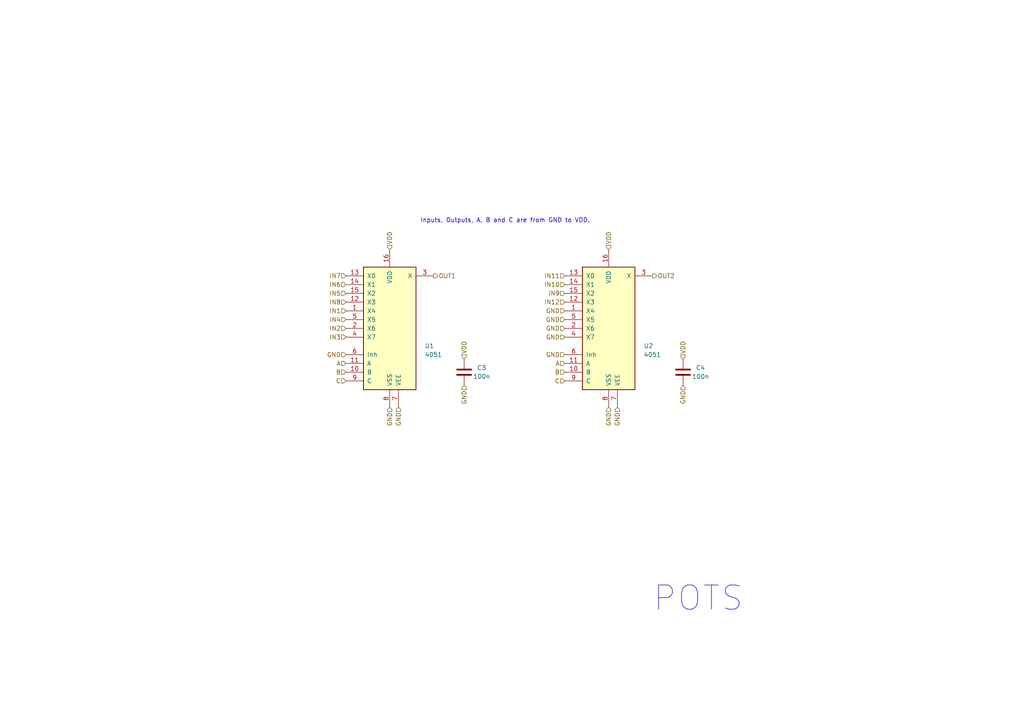
<source format=kicad_sch>
(kicad_sch (version 20211123) (generator eeschema)
  (paper "A4")
  (lib_symbols
    (symbol "4xxx:4051" (pin_names (offset 1.016))
      (property "Reference" "U" (at -7.62 19.05 0))
      (property "Value" "4051" (at -7.62 -19.05 0))
      (symbol "4051_1_0"
        (pin passive line (at -12.7 5.08 0) (length 5.08) (name "X4") (number "1"))
        (pin input line (at -12.7 -12.7 0) (length 5.08) (name "B") (number "10"))
        (pin input line (at -12.7 -10.16 0) (length 5.08) (name "A") (number "11"))
        (pin passive line (at -12.7 7.62 0) (length 5.08) (name "X3") (number "12"))
        (pin passive line (at -12.7 15.24 0) (length 5.08) (name "X0") (number "13"))
        (pin passive line (at -12.7 12.7 0) (length 5.08) (name "X1") (number "14"))
        (pin passive line (at -12.7 10.16 0) (length 5.08) (name "X2") (number "15"))
        (pin power_in line (at 0 22.86 270) (length 5.08) (name "VDD") (number "16"))
        (pin passive line (at -12.7 0 0) (length 5.08) (name "X6") (number "2"))
        (pin passive line (at 12.7 15.24 180) (length 5.08) (name "X") (number "3"))
        (pin passive line (at -12.7 -2.54 0) (length 5.08) (name "X7") (number "4"))
        (pin passive line (at -12.7 2.54 0) (length 5.08) (name "X5") (number "5"))
        (pin input line (at -12.7 -7.62 0) (length 5.08) (name "Inh") (number "6"))
        (pin power_in line (at 2.54 -22.86 90) (length 5.08) (name "VEE") (number "7"))
        (pin power_in line (at 0 -22.86 90) (length 5.08) (name "VSS") (number "8"))
        (pin input line (at -12.7 -15.24 0) (length 5.08) (name "C") (number "9"))
      )
      (symbol "4051_1_1"
        (rectangle (start -7.62 17.78) (end 7.62 -17.78) (stroke (width 0.254)) (fill (type background)))
      )
    )
    (symbol "Device:C" (pin_numbers hide) (pin_names (offset 0.254))
      (property "Reference" "C" (at 0.635 2.54 0))
      (property "Value" "C" (at 0.635 -2.54 0))
      (symbol "C_0_1"
        (polyline (pts (xy -2.032 -0.762) (xy 2.032 -0.762)) (stroke (width 0.508)))
        (polyline (pts (xy -2.032 0.762) (xy 2.032 0.762)) (stroke (width 0.508)))
      )
      (symbol "C_1_1"
        (pin passive line (at 0 3.81 270) (length 2.794) (name "~") (number "1"))
        (pin passive line (at 0 -3.81 90) (length 2.794) (name "~") (number "2"))
      )
    )
  )
  (text "Inputs, Outputs, A, B and C are from GND to VDD." (at 121.92 64.77 0) (effects (font (size 1.27 1.27)) (justify left bottom)))
  (text "POTS" (at 189.23 177.8 0) (effects (font (size 7.0104 7.0104)) (justify left bottom)))
  (hierarchical_label "GND" (shape input) (at 163.83 97.79 180))
  (hierarchical_label "VDD" (shape input) (at 113.03 72.39 90))
  (hierarchical_label "VDD" (shape input) (at 134.62 104.14 90))
  (hierarchical_label "IN1" (shape input) (at 100.33 90.17 180))
  (hierarchical_label "C" (shape input) (at 100.33 110.49 180))
  (hierarchical_label "C" (shape input) (at 163.83 110.49 180))
  (hierarchical_label "IN2" (shape input) (at 100.33 95.25 180))
  (hierarchical_label "GND" (shape input) (at 115.57 118.11 270))
  (hierarchical_label "IN11" (shape input) (at 163.83 80.01 180))
  (hierarchical_label "GND" (shape input) (at 163.83 102.87 180))
  (hierarchical_label "IN6" (shape input) (at 100.33 82.55 180))
  (hierarchical_label "GND" (shape input) (at 179.07 118.11 270))
  (hierarchical_label "GND" (shape input) (at 163.83 92.71 180))
  (hierarchical_label "IN8" (shape input) (at 100.33 87.63 180))
  (hierarchical_label "OUT1" (shape output) (at 125.73 80.01 0))
  (hierarchical_label "IN12" (shape input) (at 163.83 87.63 180))
  (hierarchical_label "IN5" (shape input) (at 100.33 85.09 180))
  (hierarchical_label "GND" (shape input) (at 113.03 118.11 270))
  (hierarchical_label "OUT2" (shape output) (at 189.23 80.01 0))
  (hierarchical_label "A" (shape input) (at 163.83 105.41 180))
  (hierarchical_label "IN4" (shape input) (at 100.33 92.71 180))
  (hierarchical_label "GND" (shape input) (at 163.83 95.25 180))
  (hierarchical_label "IN9" (shape input) (at 163.83 85.09 180))
  (hierarchical_label "B" (shape input) (at 100.33 107.95 180))
  (hierarchical_label "VDD" (shape input) (at 198.12 104.14 90))
  (hierarchical_label "VDD" (shape input) (at 176.53 72.39 90))
  (hierarchical_label "IN10" (shape input) (at 163.83 82.55 180))
  (hierarchical_label "GND" (shape input) (at 198.12 111.76 270))
  (hierarchical_label "GND" (shape input) (at 134.62 111.76 270))
  (hierarchical_label "B" (shape input) (at 163.83 107.95 180))
  (hierarchical_label "IN3" (shape input) (at 100.33 97.79 180))
  (hierarchical_label "A" (shape input) (at 100.33 105.41 180))
  (hierarchical_label "IN7" (shape input) (at 100.33 80.01 180))
  (hierarchical_label "GND" (shape input) (at 176.53 118.11 270))
  (hierarchical_label "GND" (shape input) (at 100.33 102.87 180))
  (hierarchical_label "GND" (shape input) (at 163.83 90.17 180))
  (symbol (lib_id "4xxx:4051") (at 113.03 95.25 0) (unit 1)
    (property "Reference" "U1" (at 123.19 100.33 0) (effects (justify left)))
    (property "Value" "4051" (at 123.19 102.87 0) (effects (justify left)))
    (property "Footprint" "Package_SO:TSSOP-16_4.4x5mm_P0.65mm" (effects hide))
    (property "Datasheet" "http://www.intersil.com/content/dam/Intersil/documents/cd40/cd4051bms-52bms-53bms.pdf" (effects hide))
    (property "Device" "Multiplexer" (effects hide))
    (property "Description" "IC MUX/DEMUX 8X1 16TSSOP" (effects hide))
    (property "Place" "Yes" (effects hide))
    (property "Dist" "Digikey" (effects hide))
    (property "DistPartNumber" "296-11993-1-ND" (effects hide))
    (property "DistLink" "https://www.digikey.de/product-detail/en/texas-instruments/CD4051BPWR/296-11993-1-ND/390442" (effects hide))
  )
  (symbol (lib_id "Device:C") (at 134.62 107.95 180) (unit 1)
    (property "Reference" "C3" (at 139.7 106.68 0))
    (property "Value" "100n" (at 139.7 109.22 0))
    (property "Footprint" "Capacitor_SMD:C_0603_1608Metric" (effects hide))
    (property "Device" "Ceramic Capacitor" (effects hide))
    (property "Description" "CAP CER 0.1UF 25V X7R 0603" (effects hide))
    (property "Place" "Yes" (effects hide))
    (property "Dist" "Digikey" (effects hide))
    (property "DistPartNumber" "478-7018-1-ND" (effects hide))
    (property "DistLink" "https://www.digikey.de/product-detail/en/kemet/C0603C102J5GACTU/399-3293-1-ND/608488" (effects hide))
  )
  (symbol (lib_id "4xxx:4051") (at 176.53 95.25 0) (unit 1)
    (property "Reference" "U2" (at 186.69 100.33 0) (effects (justify left)))
    (property "Value" "4051" (at 186.69 102.87 0) (effects (justify left)))
    (property "Footprint" "Package_SO:TSSOP-16_4.4x5mm_P0.65mm" (effects hide))
    (property "Datasheet" "http://www.intersil.com/content/dam/Intersil/documents/cd40/cd4051bms-52bms-53bms.pdf" (effects hide))
    (property "Device" "Multiplexer" (effects hide))
    (property "Description" "IC MUX/DEMUX 8X1 16TSSOP" (effects hide))
    (property "Place" "Yes" (effects hide))
    (property "Dist" "Digikey" (effects hide))
    (property "DistPartNumber" "296-11993-1-ND" (effects hide))
    (property "DistLink" "https://www.digikey.de/product-detail/en/texas-instruments/CD4051BPWR/296-11993-1-ND/390442" (effects hide))
  )
  (symbol (lib_id "Device:C") (at 198.12 107.95 180) (unit 1)
    (property "Reference" "C4" (at 203.2 106.68 0))
    (property "Value" "100n" (at 203.2 109.22 0))
    (property "Footprint" "Capacitor_SMD:C_0603_1608Metric" (effects hide))
    (property "Device" "Ceramic Capacitor" (effects hide))
    (property "Description" "CAP CER 0.1UF 25V X7R 0603" (effects hide))
    (property "Place" "Yes" (effects hide))
    (property "Dist" "Digikey" (effects hide))
    (property "DistPartNumber" "478-7018-1-ND" (effects hide))
    (property "DistLink" "https://www.digikey.de/product-detail/en/kemet/C0603C102J5GACTU/399-3293-1-ND/608488" (effects hide))
  )
)
</source>
